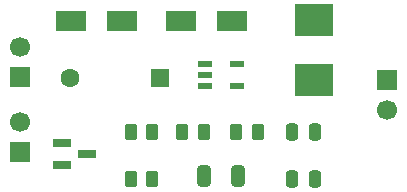
<source format=gbr>
%TF.GenerationSoftware,KiCad,Pcbnew,9.0.1*%
%TF.CreationDate,2025-07-01T21:06:15-04:00*%
%TF.ProjectId,Tiny Solar Power Suppy,54696e79-2053-46f6-9c61-7220506f7765,rev?*%
%TF.SameCoordinates,Original*%
%TF.FileFunction,Soldermask,Top*%
%TF.FilePolarity,Negative*%
%FSLAX46Y46*%
G04 Gerber Fmt 4.6, Leading zero omitted, Abs format (unit mm)*
G04 Created by KiCad (PCBNEW 9.0.1) date 2025-07-01 21:06:15*
%MOMM*%
%LPD*%
G01*
G04 APERTURE LIST*
G04 Aperture macros list*
%AMRoundRect*
0 Rectangle with rounded corners*
0 $1 Rounding radius*
0 $2 $3 $4 $5 $6 $7 $8 $9 X,Y pos of 4 corners*
0 Add a 4 corners polygon primitive as box body*
4,1,4,$2,$3,$4,$5,$6,$7,$8,$9,$2,$3,0*
0 Add four circle primitives for the rounded corners*
1,1,$1+$1,$2,$3*
1,1,$1+$1,$4,$5*
1,1,$1+$1,$6,$7*
1,1,$1+$1,$8,$9*
0 Add four rect primitives between the rounded corners*
20,1,$1+$1,$2,$3,$4,$5,0*
20,1,$1+$1,$4,$5,$6,$7,0*
20,1,$1+$1,$6,$7,$8,$9,0*
20,1,$1+$1,$8,$9,$2,$3,0*%
G04 Aperture macros list end*
%ADD10C,1.700000*%
%ADD11R,1.700000X1.700000*%
%ADD12R,3.302000X2.667000*%
%ADD13R,1.181100X0.558800*%
%ADD14C,1.600000*%
%ADD15RoundRect,0.250000X0.550000X0.550000X-0.550000X0.550000X-0.550000X-0.550000X0.550000X-0.550000X0*%
%ADD16RoundRect,0.250000X-0.262500X-0.450000X0.262500X-0.450000X0.262500X0.450000X-0.262500X0.450000X0*%
%ADD17RoundRect,0.250000X-0.250000X-0.475000X0.250000X-0.475000X0.250000X0.475000X-0.250000X0.475000X0*%
%ADD18RoundRect,0.250000X0.325000X0.650000X-0.325000X0.650000X-0.325000X-0.650000X0.325000X-0.650000X0*%
%ADD19RoundRect,0.070000X-0.650000X-0.300000X0.650000X-0.300000X0.650000X0.300000X-0.650000X0.300000X0*%
%ADD20RoundRect,0.102000X1.175000X0.775000X-1.175000X0.775000X-1.175000X-0.775000X1.175000X-0.775000X0*%
G04 APERTURE END LIST*
D10*
%TO.C,J1*%
X126200000Y-123340000D03*
D11*
X126200000Y-120800000D03*
%TD*%
D12*
%TO.C,L1*%
X120000000Y-120865400D03*
X120000000Y-115734600D03*
%TD*%
D13*
%TO.C,U1*%
X113465250Y-119462499D03*
X113465250Y-121362501D03*
X110734750Y-121362501D03*
X110734750Y-120412500D03*
X110734750Y-119462499D03*
%TD*%
D14*
%TO.C,J3*%
X99355000Y-120687500D03*
D15*
X106975000Y-120687500D03*
%TD*%
D16*
%TO.C,R2*%
X108825000Y-125200000D03*
X110650000Y-125200000D03*
%TD*%
%TO.C,R1*%
X113425000Y-125200000D03*
X115250000Y-125200000D03*
%TD*%
D17*
%TO.C,C1*%
X118150000Y-125200000D03*
X120050000Y-125200000D03*
%TD*%
%TO.C,C3*%
X118150000Y-129200000D03*
X120050000Y-129200000D03*
%TD*%
D18*
%TO.C,C2*%
X113600000Y-129000000D03*
X110650000Y-129000000D03*
%TD*%
D16*
%TO.C,R4*%
X104475000Y-129200000D03*
X106300000Y-129200000D03*
%TD*%
D19*
%TO.C,Q1*%
X98700000Y-126150000D03*
X98700000Y-128050000D03*
X100800000Y-127100000D03*
%TD*%
D20*
%TO.C,D1*%
X113050000Y-115800000D03*
X108750000Y-115800000D03*
%TD*%
%TO.C,D2*%
X103750000Y-115800000D03*
X99450000Y-115800000D03*
%TD*%
D16*
%TO.C,R3*%
X104475000Y-125200000D03*
X106300000Y-125200000D03*
%TD*%
D11*
%TO.C,J2*%
X95085000Y-126900000D03*
D10*
X95085000Y-124360000D03*
%TD*%
D11*
%TO.C,J4*%
X95085000Y-120540000D03*
D10*
X95085000Y-118000000D03*
%TD*%
M02*

</source>
